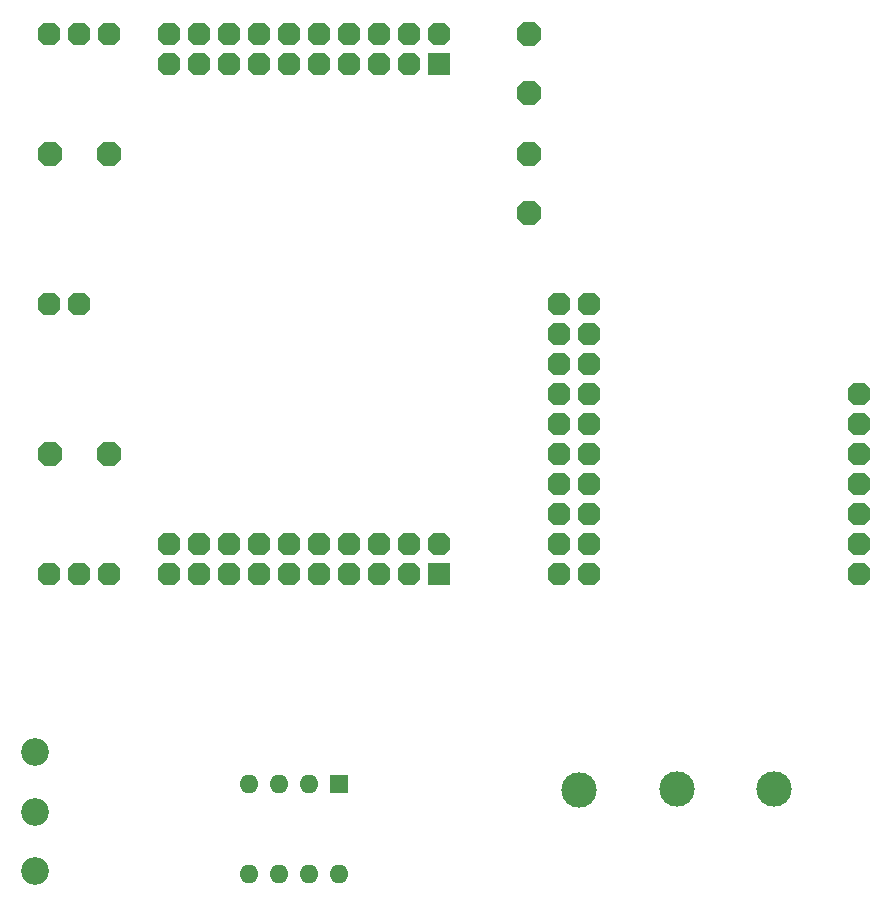
<source format=gbr>
%TF.GenerationSoftware,KiCad,Pcbnew,7.0.10*%
%TF.CreationDate,2025-04-16T22:41:53-06:00*%
%TF.ProjectId,Afinador_pcb,4166696e-6164-46f7-925f-7063622e6b69,rev?*%
%TF.SameCoordinates,Original*%
%TF.FileFunction,Soldermask,Bot*%
%TF.FilePolarity,Negative*%
%FSLAX46Y46*%
G04 Gerber Fmt 4.6, Leading zero omitted, Abs format (unit mm)*
G04 Created by KiCad (PCBNEW 7.0.10) date 2025-04-16 22:41:53*
%MOMM*%
%LPD*%
G01*
G04 APERTURE LIST*
G04 Aperture macros list*
%AMRoundRect*
0 Rectangle with rounded corners*
0 $1 Rounding radius*
0 $2 $3 $4 $5 $6 $7 $8 $9 X,Y pos of 4 corners*
0 Add a 4 corners polygon primitive as box body*
4,1,4,$2,$3,$4,$5,$6,$7,$8,$9,$2,$3,0*
0 Add four circle primitives for the rounded corners*
1,1,$1+$1,$2,$3*
1,1,$1+$1,$4,$5*
1,1,$1+$1,$6,$7*
1,1,$1+$1,$8,$9*
0 Add four rect primitives between the rounded corners*
20,1,$1+$1,$2,$3,$4,$5,0*
20,1,$1+$1,$4,$5,$6,$7,0*
20,1,$1+$1,$6,$7,$8,$9,0*
20,1,$1+$1,$8,$9,$2,$3,0*%
%AMFreePoly0*
4,1,25,0.403796,0.945077,0.459315,0.905684,0.905684,0.459315,0.953797,0.382744,0.965200,0.315631,0.965200,-0.315631,0.945077,-0.403796,0.905684,-0.459315,0.459315,-0.905684,0.382744,-0.953797,0.315631,-0.965200,-0.315631,-0.965200,-0.403796,-0.945077,-0.459315,-0.905684,-0.905684,-0.459315,-0.953797,-0.382744,-0.965200,-0.315631,-0.965200,0.315631,-0.945077,0.403796,-0.905684,0.459315,
-0.459315,0.905684,-0.382744,0.953797,-0.315631,0.965200,0.315631,0.965200,0.403796,0.945077,0.403796,0.945077,$1*%
%AMFreePoly1*
4,1,25,0.435359,1.021277,0.490878,0.981884,0.981884,0.490878,1.029997,0.414307,1.041400,0.347194,1.041400,-0.347194,1.021277,-0.435359,0.981884,-0.490878,0.490878,-0.981884,0.414307,-1.029997,0.347194,-1.041400,-0.347194,-1.041400,-0.435359,-1.021277,-0.490878,-0.981884,-0.981884,-0.490878,-1.029997,-0.414307,-1.041400,-0.347194,-1.041400,0.347194,-1.021277,0.435359,-0.981884,0.490878,
-0.490878,0.981884,-0.414307,1.029997,-0.347194,1.041400,0.347194,1.041400,0.435359,1.021277,0.435359,1.021277,$1*%
G04 Aperture macros list end*
%ADD10C,3.000000*%
%ADD11FreePoly0,90.000000*%
%ADD12FreePoly0,270.000000*%
%ADD13FreePoly1,180.000000*%
%ADD14FreePoly1,270.000000*%
%ADD15FreePoly0,180.000000*%
%ADD16RoundRect,0.203200X0.762000X0.762000X-0.762000X0.762000X-0.762000X-0.762000X0.762000X-0.762000X0*%
%ADD17C,2.340000*%
%ADD18O,1.600000X1.600000*%
%ADD19R,1.600000X1.600000*%
G04 APERTURE END LIST*
D10*
%TO.C,J2*%
X93204800Y-136455600D03*
X109689400Y-136404800D03*
X101485200Y-136430200D03*
%TD*%
D11*
%TO.C,MSP430F5529LP1*%
X91516200Y-118160800D03*
X94056200Y-118160800D03*
D12*
X116916200Y-118160800D03*
D11*
X91516200Y-115620800D03*
X94056200Y-115620800D03*
D12*
X116916200Y-115620800D03*
D11*
X91516200Y-113080800D03*
X94056200Y-113080800D03*
D12*
X116916200Y-113080800D03*
D11*
X91516200Y-110540800D03*
X94056200Y-110540800D03*
D12*
X116916200Y-110540800D03*
D13*
X48415000Y-108001400D03*
X53417400Y-108001400D03*
D11*
X91516200Y-108000800D03*
X94056200Y-108000800D03*
D12*
X116916200Y-108000800D03*
D11*
X91516200Y-105460800D03*
X94056200Y-105460800D03*
D12*
X116916200Y-105460800D03*
D11*
X91541600Y-102920800D03*
X94081600Y-102920800D03*
D12*
X116916200Y-102920800D03*
D11*
X91516200Y-100380800D03*
X94056200Y-100380800D03*
X91516200Y-97840800D03*
X94056200Y-97840800D03*
X48336200Y-95300800D03*
X50876200Y-95300800D03*
D12*
X91516200Y-95300800D03*
X94056200Y-95300800D03*
D14*
X88976800Y-87602000D03*
D13*
X48415000Y-82601400D03*
X53417400Y-82601400D03*
D14*
X88976800Y-82599600D03*
X88976800Y-77442000D03*
D12*
X50876200Y-118160800D03*
X53416200Y-118160800D03*
X50876200Y-72440800D03*
X53416200Y-72440800D03*
D15*
X58496200Y-118160800D03*
X61036200Y-118160800D03*
X63576200Y-118160800D03*
X66116200Y-118160800D03*
X68656200Y-118160800D03*
X71196200Y-118160800D03*
D14*
X88976800Y-72439600D03*
D15*
X73736200Y-118160800D03*
X76276200Y-118160800D03*
X78816200Y-118160800D03*
X58496200Y-115620800D03*
X61036200Y-115620800D03*
X63576200Y-115620800D03*
X66116200Y-115620800D03*
X68656200Y-115620800D03*
X71196200Y-115620800D03*
X73736200Y-115620800D03*
X76276200Y-115620800D03*
X78816200Y-115620800D03*
X81356200Y-115620800D03*
X58496200Y-74980800D03*
X61036200Y-74980800D03*
X63576200Y-74980800D03*
X66116200Y-74980800D03*
X68656200Y-74980800D03*
X71196200Y-74980800D03*
X73736200Y-74980800D03*
X76276200Y-74980800D03*
D16*
X81356200Y-118160800D03*
D15*
X78816200Y-74980800D03*
D16*
X81356200Y-74980800D03*
D12*
X48336200Y-72440800D03*
D15*
X58496200Y-72440800D03*
X61036200Y-72440800D03*
X63576200Y-72440800D03*
X66116200Y-72440800D03*
X68656200Y-72440800D03*
X71196200Y-72440800D03*
X73736200Y-72440800D03*
X76276200Y-72440800D03*
X78816200Y-72440800D03*
D12*
X48336200Y-118160800D03*
D15*
X81356200Y-72440800D03*
%TD*%
D17*
%TO.C,RV1*%
X47147400Y-143303000D03*
X47147400Y-138303000D03*
X47147400Y-133303000D03*
%TD*%
D18*
%TO.C,U1*%
X72913400Y-143621600D03*
X70373400Y-143621600D03*
X67833400Y-143621600D03*
X65293400Y-143621600D03*
X65293400Y-136001600D03*
X67833400Y-136001600D03*
X70373400Y-136001600D03*
D19*
X72913400Y-136001600D03*
%TD*%
M02*

</source>
